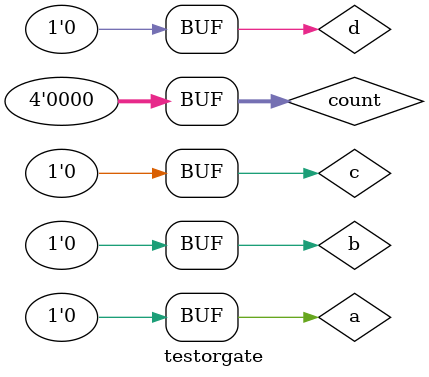
<source format=v>
module orgate (output s, input p, input q);
       assign s = (p | q);
endmodule // orgate
// -------------------------
// -- or gate 4IN
// -------------------------
module orgate4 (output s, input p, input q, input r, input t);
       wire s1, s2;
       orgate OR1 (s1, p, q);
       orgate OR2 (s2, r, t);
       orgate OR3 (s, s1, s2);
endmodule // orgate4
// -------------------------
// -- test or gate 4IN
// -------------------------
module testorgate;
        // ------------------------- dados locais
        reg a, b, c, d;    // definir registrador
        reg [3:0] count;
        wire s;      // definir conexao (fio)
        // ------------------------- instancia
        orgate4 OR4 (s, a, b, c, d);
        // ------------------------- preparacao
        initial begin:start
                     // valores iniciais
                a=0; b=0; c=0; d=0; count=0;
        end
        // ------------------------- parte principal
        initial begin:main
                     // execucao unitaria
                $display("Exercicio10 - Willian Antonio dos Santos - 462020");
                $display("Test OR gate 4IN:");
                $display("\n(a | b | c | d) = s\n");
                $monitor("(%b | %b | %b | %b) = %b", a, b, c, d, s);
                count = 0;
                repeat (15) begin
                       count <= count + 1;
                       #1 a<=count[3]; b<=count[2]; c<=count[1]; d<=count[0];
                end
        end
endmodule // testorgate
</source>
